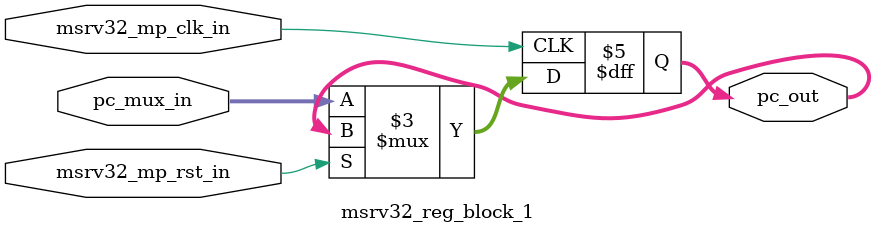
<source format=v>
module msrv32_reg_block_1(
    pc_mux_in, msrv32_mp_clk_in, msrv32_mp_rst_in,
    pc_out);

    parameter WIDTH = 32;

    input [WIDTH-1:0]pc_mux_in;
    input msrv32_mp_rst_in, msrv32_mp_clk_in;
    output reg [WIDTH-1:0]pc_out;


    always@(posedge msrv32_mp_clk_in) begin
        if(msrv32_mp_rst_in) begin
            pc_out = pc_out; //DOUBT FOR WHEN RST IS ASSERTED 
        end

        else
        pc_out = pc_mux_in;
        

    end

endmodule
</source>
